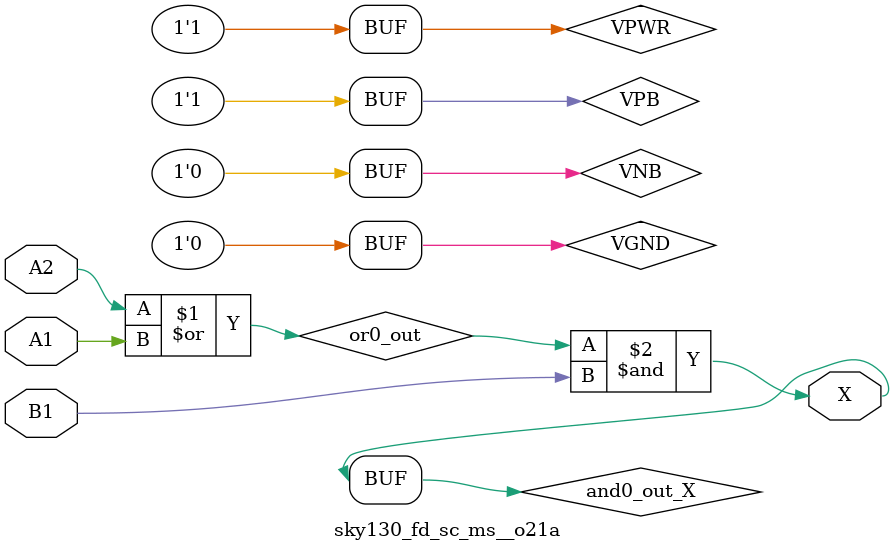
<source format=v>
/*
 * Copyright 2020 The SkyWater PDK Authors
 *
 * Licensed under the Apache License, Version 2.0 (the "License");
 * you may not use this file except in compliance with the License.
 * You may obtain a copy of the License at
 *
 *     https://www.apache.org/licenses/LICENSE-2.0
 *
 * Unless required by applicable law or agreed to in writing, software
 * distributed under the License is distributed on an "AS IS" BASIS,
 * WITHOUT WARRANTIES OR CONDITIONS OF ANY KIND, either express or implied.
 * See the License for the specific language governing permissions and
 * limitations under the License.
 *
 * SPDX-License-Identifier: Apache-2.0
*/


`ifndef SKY130_FD_SC_MS__O21A_BEHAVIORAL_V
`define SKY130_FD_SC_MS__O21A_BEHAVIORAL_V

/**
 * o21a: 2-input OR into first input of 2-input AND.
 *
 *       X = ((A1 | A2) & B1)
 *
 * Verilog simulation functional model.
 */

`timescale 1ns / 1ps
`default_nettype none

`celldefine
module sky130_fd_sc_ms__o21a (
    X ,
    A1,
    A2,
    B1
);

    // Module ports
    output X ;
    input  A1;
    input  A2;
    input  B1;

    // Module supplies
    supply1 VPWR;
    supply0 VGND;
    supply1 VPB ;
    supply0 VNB ;

    // Local signals
    wire or0_out   ;
    wire and0_out_X;

    //  Name  Output      Other arguments
    or  or0  (or0_out   , A2, A1         );
    and and0 (and0_out_X, or0_out, B1    );
    buf buf0 (X         , and0_out_X     );

endmodule
`endcelldefine

`default_nettype wire
`endif  // SKY130_FD_SC_MS__O21A_BEHAVIORAL_V
</source>
